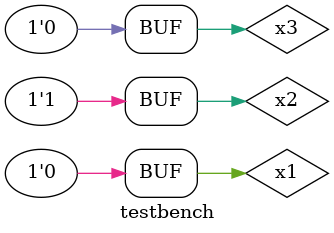
<source format=v>
module testbench();
	reg x1;
	reg x2;
	reg x3;
	wire o2;
	wire o1;
	
	top test(x1,x2,x3,o2,o1);
	
	initial
	begin
		#50
		x1=0;
		x2=0;
		x3=0;
		
		#50
		x1=1;
		x2=1;
		x3=0;
		
		#50
		x1=1;
		x2=1;
		x3=1;
		
		#50
		x1=0;
		x2=1;
		x3=0;
		
	end

endmodule
	

</source>
